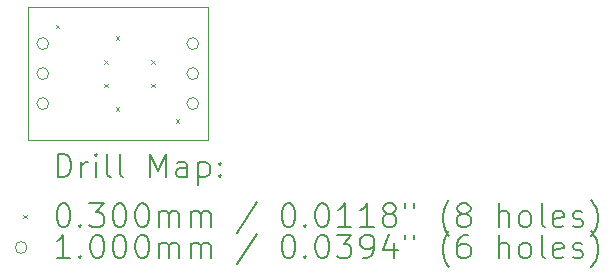
<source format=gbr>
%TF.GenerationSoftware,KiCad,Pcbnew,9.0.6*%
%TF.CreationDate,2026-01-06T15:33:42-06:00*%
%TF.ProjectId,RGBLED_1010_BOB,5247424c-4544-45f3-9130-31305f424f42,rev?*%
%TF.SameCoordinates,Original*%
%TF.FileFunction,Drillmap*%
%TF.FilePolarity,Positive*%
%FSLAX45Y45*%
G04 Gerber Fmt 4.5, Leading zero omitted, Abs format (unit mm)*
G04 Created by KiCad (PCBNEW 9.0.6) date 2026-01-06 15:33:42*
%MOMM*%
%LPD*%
G01*
G04 APERTURE LIST*
%ADD10C,0.100000*%
%ADD11C,0.200000*%
G04 APERTURE END LIST*
D10*
X10629900Y-8232940D02*
X12153900Y-8232940D01*
X12153900Y-9359314D01*
X10629900Y-9359314D01*
X10629900Y-8232940D01*
D11*
D10*
X10868900Y-8382240D02*
X10898900Y-8412240D01*
X10898900Y-8382240D02*
X10868900Y-8412240D01*
X11276900Y-8681020D02*
X11306900Y-8711020D01*
X11306900Y-8681020D02*
X11276900Y-8711020D01*
X11276900Y-8881520D02*
X11306900Y-8911520D01*
X11306900Y-8881520D02*
X11276900Y-8911520D01*
X11376900Y-8481000D02*
X11406900Y-8511000D01*
X11406900Y-8481000D02*
X11376900Y-8511000D01*
X11376900Y-9081000D02*
X11406900Y-9111000D01*
X11406900Y-9081000D02*
X11376900Y-9111000D01*
X11676900Y-8681020D02*
X11706900Y-8711020D01*
X11706900Y-8681020D02*
X11676900Y-8711020D01*
X11676900Y-8881520D02*
X11706900Y-8911520D01*
X11706900Y-8881520D02*
X11676900Y-8911520D01*
X11882360Y-9182340D02*
X11912360Y-9212340D01*
X11912360Y-9182340D02*
X11882360Y-9212340D01*
X10808170Y-8542520D02*
G75*
G02*
X10708170Y-8542520I-50000J0D01*
G01*
X10708170Y-8542520D02*
G75*
G02*
X10808170Y-8542520I50000J0D01*
G01*
X10808170Y-8796520D02*
G75*
G02*
X10708170Y-8796520I-50000J0D01*
G01*
X10708170Y-8796520D02*
G75*
G02*
X10808170Y-8796520I50000J0D01*
G01*
X10808170Y-9050520D02*
G75*
G02*
X10708170Y-9050520I-50000J0D01*
G01*
X10708170Y-9050520D02*
G75*
G02*
X10808170Y-9050520I50000J0D01*
G01*
X12078170Y-8542520D02*
G75*
G02*
X11978170Y-8542520I-50000J0D01*
G01*
X11978170Y-8542520D02*
G75*
G02*
X12078170Y-8542520I50000J0D01*
G01*
X12078170Y-8796520D02*
G75*
G02*
X11978170Y-8796520I-50000J0D01*
G01*
X11978170Y-8796520D02*
G75*
G02*
X12078170Y-8796520I50000J0D01*
G01*
X12078170Y-9050520D02*
G75*
G02*
X11978170Y-9050520I-50000J0D01*
G01*
X11978170Y-9050520D02*
G75*
G02*
X12078170Y-9050520I50000J0D01*
G01*
D11*
X10885677Y-9675798D02*
X10885677Y-9475798D01*
X10885677Y-9475798D02*
X10933296Y-9475798D01*
X10933296Y-9475798D02*
X10961867Y-9485321D01*
X10961867Y-9485321D02*
X10980915Y-9504369D01*
X10980915Y-9504369D02*
X10990439Y-9523417D01*
X10990439Y-9523417D02*
X10999963Y-9561512D01*
X10999963Y-9561512D02*
X10999963Y-9590083D01*
X10999963Y-9590083D02*
X10990439Y-9628179D01*
X10990439Y-9628179D02*
X10980915Y-9647226D01*
X10980915Y-9647226D02*
X10961867Y-9666274D01*
X10961867Y-9666274D02*
X10933296Y-9675798D01*
X10933296Y-9675798D02*
X10885677Y-9675798D01*
X11085677Y-9675798D02*
X11085677Y-9542464D01*
X11085677Y-9580560D02*
X11095201Y-9561512D01*
X11095201Y-9561512D02*
X11104724Y-9551988D01*
X11104724Y-9551988D02*
X11123772Y-9542464D01*
X11123772Y-9542464D02*
X11142820Y-9542464D01*
X11209486Y-9675798D02*
X11209486Y-9542464D01*
X11209486Y-9475798D02*
X11199962Y-9485321D01*
X11199962Y-9485321D02*
X11209486Y-9494845D01*
X11209486Y-9494845D02*
X11219010Y-9485321D01*
X11219010Y-9485321D02*
X11209486Y-9475798D01*
X11209486Y-9475798D02*
X11209486Y-9494845D01*
X11333296Y-9675798D02*
X11314248Y-9666274D01*
X11314248Y-9666274D02*
X11304724Y-9647226D01*
X11304724Y-9647226D02*
X11304724Y-9475798D01*
X11438058Y-9675798D02*
X11419010Y-9666274D01*
X11419010Y-9666274D02*
X11409486Y-9647226D01*
X11409486Y-9647226D02*
X11409486Y-9475798D01*
X11666629Y-9675798D02*
X11666629Y-9475798D01*
X11666629Y-9475798D02*
X11733296Y-9618655D01*
X11733296Y-9618655D02*
X11799962Y-9475798D01*
X11799962Y-9475798D02*
X11799962Y-9675798D01*
X11980915Y-9675798D02*
X11980915Y-9571036D01*
X11980915Y-9571036D02*
X11971391Y-9551988D01*
X11971391Y-9551988D02*
X11952343Y-9542464D01*
X11952343Y-9542464D02*
X11914248Y-9542464D01*
X11914248Y-9542464D02*
X11895201Y-9551988D01*
X11980915Y-9666274D02*
X11961867Y-9675798D01*
X11961867Y-9675798D02*
X11914248Y-9675798D01*
X11914248Y-9675798D02*
X11895201Y-9666274D01*
X11895201Y-9666274D02*
X11885677Y-9647226D01*
X11885677Y-9647226D02*
X11885677Y-9628179D01*
X11885677Y-9628179D02*
X11895201Y-9609131D01*
X11895201Y-9609131D02*
X11914248Y-9599607D01*
X11914248Y-9599607D02*
X11961867Y-9599607D01*
X11961867Y-9599607D02*
X11980915Y-9590083D01*
X12076153Y-9542464D02*
X12076153Y-9742464D01*
X12076153Y-9551988D02*
X12095201Y-9542464D01*
X12095201Y-9542464D02*
X12133296Y-9542464D01*
X12133296Y-9542464D02*
X12152343Y-9551988D01*
X12152343Y-9551988D02*
X12161867Y-9561512D01*
X12161867Y-9561512D02*
X12171391Y-9580560D01*
X12171391Y-9580560D02*
X12171391Y-9637702D01*
X12171391Y-9637702D02*
X12161867Y-9656750D01*
X12161867Y-9656750D02*
X12152343Y-9666274D01*
X12152343Y-9666274D02*
X12133296Y-9675798D01*
X12133296Y-9675798D02*
X12095201Y-9675798D01*
X12095201Y-9675798D02*
X12076153Y-9666274D01*
X12257105Y-9656750D02*
X12266629Y-9666274D01*
X12266629Y-9666274D02*
X12257105Y-9675798D01*
X12257105Y-9675798D02*
X12247582Y-9666274D01*
X12247582Y-9666274D02*
X12257105Y-9656750D01*
X12257105Y-9656750D02*
X12257105Y-9675798D01*
X12257105Y-9551988D02*
X12266629Y-9561512D01*
X12266629Y-9561512D02*
X12257105Y-9571036D01*
X12257105Y-9571036D02*
X12247582Y-9561512D01*
X12247582Y-9561512D02*
X12257105Y-9551988D01*
X12257105Y-9551988D02*
X12257105Y-9571036D01*
D10*
X10594900Y-9989314D02*
X10624900Y-10019314D01*
X10624900Y-9989314D02*
X10594900Y-10019314D01*
D11*
X10923772Y-9895798D02*
X10942820Y-9895798D01*
X10942820Y-9895798D02*
X10961867Y-9905321D01*
X10961867Y-9905321D02*
X10971391Y-9914845D01*
X10971391Y-9914845D02*
X10980915Y-9933893D01*
X10980915Y-9933893D02*
X10990439Y-9971988D01*
X10990439Y-9971988D02*
X10990439Y-10019607D01*
X10990439Y-10019607D02*
X10980915Y-10057702D01*
X10980915Y-10057702D02*
X10971391Y-10076750D01*
X10971391Y-10076750D02*
X10961867Y-10086274D01*
X10961867Y-10086274D02*
X10942820Y-10095798D01*
X10942820Y-10095798D02*
X10923772Y-10095798D01*
X10923772Y-10095798D02*
X10904724Y-10086274D01*
X10904724Y-10086274D02*
X10895201Y-10076750D01*
X10895201Y-10076750D02*
X10885677Y-10057702D01*
X10885677Y-10057702D02*
X10876153Y-10019607D01*
X10876153Y-10019607D02*
X10876153Y-9971988D01*
X10876153Y-9971988D02*
X10885677Y-9933893D01*
X10885677Y-9933893D02*
X10895201Y-9914845D01*
X10895201Y-9914845D02*
X10904724Y-9905321D01*
X10904724Y-9905321D02*
X10923772Y-9895798D01*
X11076153Y-10076750D02*
X11085677Y-10086274D01*
X11085677Y-10086274D02*
X11076153Y-10095798D01*
X11076153Y-10095798D02*
X11066629Y-10086274D01*
X11066629Y-10086274D02*
X11076153Y-10076750D01*
X11076153Y-10076750D02*
X11076153Y-10095798D01*
X11152344Y-9895798D02*
X11276153Y-9895798D01*
X11276153Y-9895798D02*
X11209486Y-9971988D01*
X11209486Y-9971988D02*
X11238058Y-9971988D01*
X11238058Y-9971988D02*
X11257105Y-9981512D01*
X11257105Y-9981512D02*
X11266629Y-9991036D01*
X11266629Y-9991036D02*
X11276153Y-10010083D01*
X11276153Y-10010083D02*
X11276153Y-10057702D01*
X11276153Y-10057702D02*
X11266629Y-10076750D01*
X11266629Y-10076750D02*
X11257105Y-10086274D01*
X11257105Y-10086274D02*
X11238058Y-10095798D01*
X11238058Y-10095798D02*
X11180915Y-10095798D01*
X11180915Y-10095798D02*
X11161867Y-10086274D01*
X11161867Y-10086274D02*
X11152344Y-10076750D01*
X11399962Y-9895798D02*
X11419010Y-9895798D01*
X11419010Y-9895798D02*
X11438058Y-9905321D01*
X11438058Y-9905321D02*
X11447582Y-9914845D01*
X11447582Y-9914845D02*
X11457105Y-9933893D01*
X11457105Y-9933893D02*
X11466629Y-9971988D01*
X11466629Y-9971988D02*
X11466629Y-10019607D01*
X11466629Y-10019607D02*
X11457105Y-10057702D01*
X11457105Y-10057702D02*
X11447582Y-10076750D01*
X11447582Y-10076750D02*
X11438058Y-10086274D01*
X11438058Y-10086274D02*
X11419010Y-10095798D01*
X11419010Y-10095798D02*
X11399962Y-10095798D01*
X11399962Y-10095798D02*
X11380915Y-10086274D01*
X11380915Y-10086274D02*
X11371391Y-10076750D01*
X11371391Y-10076750D02*
X11361867Y-10057702D01*
X11361867Y-10057702D02*
X11352343Y-10019607D01*
X11352343Y-10019607D02*
X11352343Y-9971988D01*
X11352343Y-9971988D02*
X11361867Y-9933893D01*
X11361867Y-9933893D02*
X11371391Y-9914845D01*
X11371391Y-9914845D02*
X11380915Y-9905321D01*
X11380915Y-9905321D02*
X11399962Y-9895798D01*
X11590439Y-9895798D02*
X11609486Y-9895798D01*
X11609486Y-9895798D02*
X11628534Y-9905321D01*
X11628534Y-9905321D02*
X11638058Y-9914845D01*
X11638058Y-9914845D02*
X11647582Y-9933893D01*
X11647582Y-9933893D02*
X11657105Y-9971988D01*
X11657105Y-9971988D02*
X11657105Y-10019607D01*
X11657105Y-10019607D02*
X11647582Y-10057702D01*
X11647582Y-10057702D02*
X11638058Y-10076750D01*
X11638058Y-10076750D02*
X11628534Y-10086274D01*
X11628534Y-10086274D02*
X11609486Y-10095798D01*
X11609486Y-10095798D02*
X11590439Y-10095798D01*
X11590439Y-10095798D02*
X11571391Y-10086274D01*
X11571391Y-10086274D02*
X11561867Y-10076750D01*
X11561867Y-10076750D02*
X11552343Y-10057702D01*
X11552343Y-10057702D02*
X11542820Y-10019607D01*
X11542820Y-10019607D02*
X11542820Y-9971988D01*
X11542820Y-9971988D02*
X11552343Y-9933893D01*
X11552343Y-9933893D02*
X11561867Y-9914845D01*
X11561867Y-9914845D02*
X11571391Y-9905321D01*
X11571391Y-9905321D02*
X11590439Y-9895798D01*
X11742820Y-10095798D02*
X11742820Y-9962464D01*
X11742820Y-9981512D02*
X11752343Y-9971988D01*
X11752343Y-9971988D02*
X11771391Y-9962464D01*
X11771391Y-9962464D02*
X11799963Y-9962464D01*
X11799963Y-9962464D02*
X11819010Y-9971988D01*
X11819010Y-9971988D02*
X11828534Y-9991036D01*
X11828534Y-9991036D02*
X11828534Y-10095798D01*
X11828534Y-9991036D02*
X11838058Y-9971988D01*
X11838058Y-9971988D02*
X11857105Y-9962464D01*
X11857105Y-9962464D02*
X11885677Y-9962464D01*
X11885677Y-9962464D02*
X11904724Y-9971988D01*
X11904724Y-9971988D02*
X11914248Y-9991036D01*
X11914248Y-9991036D02*
X11914248Y-10095798D01*
X12009486Y-10095798D02*
X12009486Y-9962464D01*
X12009486Y-9981512D02*
X12019010Y-9971988D01*
X12019010Y-9971988D02*
X12038058Y-9962464D01*
X12038058Y-9962464D02*
X12066629Y-9962464D01*
X12066629Y-9962464D02*
X12085677Y-9971988D01*
X12085677Y-9971988D02*
X12095201Y-9991036D01*
X12095201Y-9991036D02*
X12095201Y-10095798D01*
X12095201Y-9991036D02*
X12104724Y-9971988D01*
X12104724Y-9971988D02*
X12123772Y-9962464D01*
X12123772Y-9962464D02*
X12152343Y-9962464D01*
X12152343Y-9962464D02*
X12171391Y-9971988D01*
X12171391Y-9971988D02*
X12180915Y-9991036D01*
X12180915Y-9991036D02*
X12180915Y-10095798D01*
X12571391Y-9886274D02*
X12399963Y-10143417D01*
X12828534Y-9895798D02*
X12847582Y-9895798D01*
X12847582Y-9895798D02*
X12866629Y-9905321D01*
X12866629Y-9905321D02*
X12876153Y-9914845D01*
X12876153Y-9914845D02*
X12885677Y-9933893D01*
X12885677Y-9933893D02*
X12895201Y-9971988D01*
X12895201Y-9971988D02*
X12895201Y-10019607D01*
X12895201Y-10019607D02*
X12885677Y-10057702D01*
X12885677Y-10057702D02*
X12876153Y-10076750D01*
X12876153Y-10076750D02*
X12866629Y-10086274D01*
X12866629Y-10086274D02*
X12847582Y-10095798D01*
X12847582Y-10095798D02*
X12828534Y-10095798D01*
X12828534Y-10095798D02*
X12809486Y-10086274D01*
X12809486Y-10086274D02*
X12799963Y-10076750D01*
X12799963Y-10076750D02*
X12790439Y-10057702D01*
X12790439Y-10057702D02*
X12780915Y-10019607D01*
X12780915Y-10019607D02*
X12780915Y-9971988D01*
X12780915Y-9971988D02*
X12790439Y-9933893D01*
X12790439Y-9933893D02*
X12799963Y-9914845D01*
X12799963Y-9914845D02*
X12809486Y-9905321D01*
X12809486Y-9905321D02*
X12828534Y-9895798D01*
X12980915Y-10076750D02*
X12990439Y-10086274D01*
X12990439Y-10086274D02*
X12980915Y-10095798D01*
X12980915Y-10095798D02*
X12971391Y-10086274D01*
X12971391Y-10086274D02*
X12980915Y-10076750D01*
X12980915Y-10076750D02*
X12980915Y-10095798D01*
X13114248Y-9895798D02*
X13133296Y-9895798D01*
X13133296Y-9895798D02*
X13152344Y-9905321D01*
X13152344Y-9905321D02*
X13161867Y-9914845D01*
X13161867Y-9914845D02*
X13171391Y-9933893D01*
X13171391Y-9933893D02*
X13180915Y-9971988D01*
X13180915Y-9971988D02*
X13180915Y-10019607D01*
X13180915Y-10019607D02*
X13171391Y-10057702D01*
X13171391Y-10057702D02*
X13161867Y-10076750D01*
X13161867Y-10076750D02*
X13152344Y-10086274D01*
X13152344Y-10086274D02*
X13133296Y-10095798D01*
X13133296Y-10095798D02*
X13114248Y-10095798D01*
X13114248Y-10095798D02*
X13095201Y-10086274D01*
X13095201Y-10086274D02*
X13085677Y-10076750D01*
X13085677Y-10076750D02*
X13076153Y-10057702D01*
X13076153Y-10057702D02*
X13066629Y-10019607D01*
X13066629Y-10019607D02*
X13066629Y-9971988D01*
X13066629Y-9971988D02*
X13076153Y-9933893D01*
X13076153Y-9933893D02*
X13085677Y-9914845D01*
X13085677Y-9914845D02*
X13095201Y-9905321D01*
X13095201Y-9905321D02*
X13114248Y-9895798D01*
X13371391Y-10095798D02*
X13257106Y-10095798D01*
X13314248Y-10095798D02*
X13314248Y-9895798D01*
X13314248Y-9895798D02*
X13295201Y-9924369D01*
X13295201Y-9924369D02*
X13276153Y-9943417D01*
X13276153Y-9943417D02*
X13257106Y-9952940D01*
X13561867Y-10095798D02*
X13447582Y-10095798D01*
X13504725Y-10095798D02*
X13504725Y-9895798D01*
X13504725Y-9895798D02*
X13485677Y-9924369D01*
X13485677Y-9924369D02*
X13466629Y-9943417D01*
X13466629Y-9943417D02*
X13447582Y-9952940D01*
X13676153Y-9981512D02*
X13657106Y-9971988D01*
X13657106Y-9971988D02*
X13647582Y-9962464D01*
X13647582Y-9962464D02*
X13638058Y-9943417D01*
X13638058Y-9943417D02*
X13638058Y-9933893D01*
X13638058Y-9933893D02*
X13647582Y-9914845D01*
X13647582Y-9914845D02*
X13657106Y-9905321D01*
X13657106Y-9905321D02*
X13676153Y-9895798D01*
X13676153Y-9895798D02*
X13714248Y-9895798D01*
X13714248Y-9895798D02*
X13733296Y-9905321D01*
X13733296Y-9905321D02*
X13742820Y-9914845D01*
X13742820Y-9914845D02*
X13752344Y-9933893D01*
X13752344Y-9933893D02*
X13752344Y-9943417D01*
X13752344Y-9943417D02*
X13742820Y-9962464D01*
X13742820Y-9962464D02*
X13733296Y-9971988D01*
X13733296Y-9971988D02*
X13714248Y-9981512D01*
X13714248Y-9981512D02*
X13676153Y-9981512D01*
X13676153Y-9981512D02*
X13657106Y-9991036D01*
X13657106Y-9991036D02*
X13647582Y-10000560D01*
X13647582Y-10000560D02*
X13638058Y-10019607D01*
X13638058Y-10019607D02*
X13638058Y-10057702D01*
X13638058Y-10057702D02*
X13647582Y-10076750D01*
X13647582Y-10076750D02*
X13657106Y-10086274D01*
X13657106Y-10086274D02*
X13676153Y-10095798D01*
X13676153Y-10095798D02*
X13714248Y-10095798D01*
X13714248Y-10095798D02*
X13733296Y-10086274D01*
X13733296Y-10086274D02*
X13742820Y-10076750D01*
X13742820Y-10076750D02*
X13752344Y-10057702D01*
X13752344Y-10057702D02*
X13752344Y-10019607D01*
X13752344Y-10019607D02*
X13742820Y-10000560D01*
X13742820Y-10000560D02*
X13733296Y-9991036D01*
X13733296Y-9991036D02*
X13714248Y-9981512D01*
X13828534Y-9895798D02*
X13828534Y-9933893D01*
X13904725Y-9895798D02*
X13904725Y-9933893D01*
X14199963Y-10171988D02*
X14190439Y-10162464D01*
X14190439Y-10162464D02*
X14171391Y-10133893D01*
X14171391Y-10133893D02*
X14161868Y-10114845D01*
X14161868Y-10114845D02*
X14152344Y-10086274D01*
X14152344Y-10086274D02*
X14142820Y-10038655D01*
X14142820Y-10038655D02*
X14142820Y-10000560D01*
X14142820Y-10000560D02*
X14152344Y-9952940D01*
X14152344Y-9952940D02*
X14161868Y-9924369D01*
X14161868Y-9924369D02*
X14171391Y-9905321D01*
X14171391Y-9905321D02*
X14190439Y-9876750D01*
X14190439Y-9876750D02*
X14199963Y-9867226D01*
X14304725Y-9981512D02*
X14285677Y-9971988D01*
X14285677Y-9971988D02*
X14276153Y-9962464D01*
X14276153Y-9962464D02*
X14266629Y-9943417D01*
X14266629Y-9943417D02*
X14266629Y-9933893D01*
X14266629Y-9933893D02*
X14276153Y-9914845D01*
X14276153Y-9914845D02*
X14285677Y-9905321D01*
X14285677Y-9905321D02*
X14304725Y-9895798D01*
X14304725Y-9895798D02*
X14342820Y-9895798D01*
X14342820Y-9895798D02*
X14361868Y-9905321D01*
X14361868Y-9905321D02*
X14371391Y-9914845D01*
X14371391Y-9914845D02*
X14380915Y-9933893D01*
X14380915Y-9933893D02*
X14380915Y-9943417D01*
X14380915Y-9943417D02*
X14371391Y-9962464D01*
X14371391Y-9962464D02*
X14361868Y-9971988D01*
X14361868Y-9971988D02*
X14342820Y-9981512D01*
X14342820Y-9981512D02*
X14304725Y-9981512D01*
X14304725Y-9981512D02*
X14285677Y-9991036D01*
X14285677Y-9991036D02*
X14276153Y-10000560D01*
X14276153Y-10000560D02*
X14266629Y-10019607D01*
X14266629Y-10019607D02*
X14266629Y-10057702D01*
X14266629Y-10057702D02*
X14276153Y-10076750D01*
X14276153Y-10076750D02*
X14285677Y-10086274D01*
X14285677Y-10086274D02*
X14304725Y-10095798D01*
X14304725Y-10095798D02*
X14342820Y-10095798D01*
X14342820Y-10095798D02*
X14361868Y-10086274D01*
X14361868Y-10086274D02*
X14371391Y-10076750D01*
X14371391Y-10076750D02*
X14380915Y-10057702D01*
X14380915Y-10057702D02*
X14380915Y-10019607D01*
X14380915Y-10019607D02*
X14371391Y-10000560D01*
X14371391Y-10000560D02*
X14361868Y-9991036D01*
X14361868Y-9991036D02*
X14342820Y-9981512D01*
X14619010Y-10095798D02*
X14619010Y-9895798D01*
X14704725Y-10095798D02*
X14704725Y-9991036D01*
X14704725Y-9991036D02*
X14695201Y-9971988D01*
X14695201Y-9971988D02*
X14676153Y-9962464D01*
X14676153Y-9962464D02*
X14647582Y-9962464D01*
X14647582Y-9962464D02*
X14628534Y-9971988D01*
X14628534Y-9971988D02*
X14619010Y-9981512D01*
X14828534Y-10095798D02*
X14809487Y-10086274D01*
X14809487Y-10086274D02*
X14799963Y-10076750D01*
X14799963Y-10076750D02*
X14790439Y-10057702D01*
X14790439Y-10057702D02*
X14790439Y-10000560D01*
X14790439Y-10000560D02*
X14799963Y-9981512D01*
X14799963Y-9981512D02*
X14809487Y-9971988D01*
X14809487Y-9971988D02*
X14828534Y-9962464D01*
X14828534Y-9962464D02*
X14857106Y-9962464D01*
X14857106Y-9962464D02*
X14876153Y-9971988D01*
X14876153Y-9971988D02*
X14885677Y-9981512D01*
X14885677Y-9981512D02*
X14895201Y-10000560D01*
X14895201Y-10000560D02*
X14895201Y-10057702D01*
X14895201Y-10057702D02*
X14885677Y-10076750D01*
X14885677Y-10076750D02*
X14876153Y-10086274D01*
X14876153Y-10086274D02*
X14857106Y-10095798D01*
X14857106Y-10095798D02*
X14828534Y-10095798D01*
X15009487Y-10095798D02*
X14990439Y-10086274D01*
X14990439Y-10086274D02*
X14980915Y-10067226D01*
X14980915Y-10067226D02*
X14980915Y-9895798D01*
X15161868Y-10086274D02*
X15142820Y-10095798D01*
X15142820Y-10095798D02*
X15104725Y-10095798D01*
X15104725Y-10095798D02*
X15085677Y-10086274D01*
X15085677Y-10086274D02*
X15076153Y-10067226D01*
X15076153Y-10067226D02*
X15076153Y-9991036D01*
X15076153Y-9991036D02*
X15085677Y-9971988D01*
X15085677Y-9971988D02*
X15104725Y-9962464D01*
X15104725Y-9962464D02*
X15142820Y-9962464D01*
X15142820Y-9962464D02*
X15161868Y-9971988D01*
X15161868Y-9971988D02*
X15171391Y-9991036D01*
X15171391Y-9991036D02*
X15171391Y-10010083D01*
X15171391Y-10010083D02*
X15076153Y-10029131D01*
X15247582Y-10086274D02*
X15266630Y-10095798D01*
X15266630Y-10095798D02*
X15304725Y-10095798D01*
X15304725Y-10095798D02*
X15323772Y-10086274D01*
X15323772Y-10086274D02*
X15333296Y-10067226D01*
X15333296Y-10067226D02*
X15333296Y-10057702D01*
X15333296Y-10057702D02*
X15323772Y-10038655D01*
X15323772Y-10038655D02*
X15304725Y-10029131D01*
X15304725Y-10029131D02*
X15276153Y-10029131D01*
X15276153Y-10029131D02*
X15257106Y-10019607D01*
X15257106Y-10019607D02*
X15247582Y-10000560D01*
X15247582Y-10000560D02*
X15247582Y-9991036D01*
X15247582Y-9991036D02*
X15257106Y-9971988D01*
X15257106Y-9971988D02*
X15276153Y-9962464D01*
X15276153Y-9962464D02*
X15304725Y-9962464D01*
X15304725Y-9962464D02*
X15323772Y-9971988D01*
X15399963Y-10171988D02*
X15409487Y-10162464D01*
X15409487Y-10162464D02*
X15428534Y-10133893D01*
X15428534Y-10133893D02*
X15438058Y-10114845D01*
X15438058Y-10114845D02*
X15447582Y-10086274D01*
X15447582Y-10086274D02*
X15457106Y-10038655D01*
X15457106Y-10038655D02*
X15457106Y-10000560D01*
X15457106Y-10000560D02*
X15447582Y-9952940D01*
X15447582Y-9952940D02*
X15438058Y-9924369D01*
X15438058Y-9924369D02*
X15428534Y-9905321D01*
X15428534Y-9905321D02*
X15409487Y-9876750D01*
X15409487Y-9876750D02*
X15399963Y-9867226D01*
D10*
X10624900Y-10268314D02*
G75*
G02*
X10524900Y-10268314I-50000J0D01*
G01*
X10524900Y-10268314D02*
G75*
G02*
X10624900Y-10268314I50000J0D01*
G01*
D11*
X10990439Y-10359798D02*
X10876153Y-10359798D01*
X10933296Y-10359798D02*
X10933296Y-10159798D01*
X10933296Y-10159798D02*
X10914248Y-10188369D01*
X10914248Y-10188369D02*
X10895201Y-10207417D01*
X10895201Y-10207417D02*
X10876153Y-10216940D01*
X11076153Y-10340750D02*
X11085677Y-10350274D01*
X11085677Y-10350274D02*
X11076153Y-10359798D01*
X11076153Y-10359798D02*
X11066629Y-10350274D01*
X11066629Y-10350274D02*
X11076153Y-10340750D01*
X11076153Y-10340750D02*
X11076153Y-10359798D01*
X11209486Y-10159798D02*
X11228534Y-10159798D01*
X11228534Y-10159798D02*
X11247582Y-10169321D01*
X11247582Y-10169321D02*
X11257105Y-10178845D01*
X11257105Y-10178845D02*
X11266629Y-10197893D01*
X11266629Y-10197893D02*
X11276153Y-10235988D01*
X11276153Y-10235988D02*
X11276153Y-10283607D01*
X11276153Y-10283607D02*
X11266629Y-10321702D01*
X11266629Y-10321702D02*
X11257105Y-10340750D01*
X11257105Y-10340750D02*
X11247582Y-10350274D01*
X11247582Y-10350274D02*
X11228534Y-10359798D01*
X11228534Y-10359798D02*
X11209486Y-10359798D01*
X11209486Y-10359798D02*
X11190439Y-10350274D01*
X11190439Y-10350274D02*
X11180915Y-10340750D01*
X11180915Y-10340750D02*
X11171391Y-10321702D01*
X11171391Y-10321702D02*
X11161867Y-10283607D01*
X11161867Y-10283607D02*
X11161867Y-10235988D01*
X11161867Y-10235988D02*
X11171391Y-10197893D01*
X11171391Y-10197893D02*
X11180915Y-10178845D01*
X11180915Y-10178845D02*
X11190439Y-10169321D01*
X11190439Y-10169321D02*
X11209486Y-10159798D01*
X11399962Y-10159798D02*
X11419010Y-10159798D01*
X11419010Y-10159798D02*
X11438058Y-10169321D01*
X11438058Y-10169321D02*
X11447582Y-10178845D01*
X11447582Y-10178845D02*
X11457105Y-10197893D01*
X11457105Y-10197893D02*
X11466629Y-10235988D01*
X11466629Y-10235988D02*
X11466629Y-10283607D01*
X11466629Y-10283607D02*
X11457105Y-10321702D01*
X11457105Y-10321702D02*
X11447582Y-10340750D01*
X11447582Y-10340750D02*
X11438058Y-10350274D01*
X11438058Y-10350274D02*
X11419010Y-10359798D01*
X11419010Y-10359798D02*
X11399962Y-10359798D01*
X11399962Y-10359798D02*
X11380915Y-10350274D01*
X11380915Y-10350274D02*
X11371391Y-10340750D01*
X11371391Y-10340750D02*
X11361867Y-10321702D01*
X11361867Y-10321702D02*
X11352343Y-10283607D01*
X11352343Y-10283607D02*
X11352343Y-10235988D01*
X11352343Y-10235988D02*
X11361867Y-10197893D01*
X11361867Y-10197893D02*
X11371391Y-10178845D01*
X11371391Y-10178845D02*
X11380915Y-10169321D01*
X11380915Y-10169321D02*
X11399962Y-10159798D01*
X11590439Y-10159798D02*
X11609486Y-10159798D01*
X11609486Y-10159798D02*
X11628534Y-10169321D01*
X11628534Y-10169321D02*
X11638058Y-10178845D01*
X11638058Y-10178845D02*
X11647582Y-10197893D01*
X11647582Y-10197893D02*
X11657105Y-10235988D01*
X11657105Y-10235988D02*
X11657105Y-10283607D01*
X11657105Y-10283607D02*
X11647582Y-10321702D01*
X11647582Y-10321702D02*
X11638058Y-10340750D01*
X11638058Y-10340750D02*
X11628534Y-10350274D01*
X11628534Y-10350274D02*
X11609486Y-10359798D01*
X11609486Y-10359798D02*
X11590439Y-10359798D01*
X11590439Y-10359798D02*
X11571391Y-10350274D01*
X11571391Y-10350274D02*
X11561867Y-10340750D01*
X11561867Y-10340750D02*
X11552343Y-10321702D01*
X11552343Y-10321702D02*
X11542820Y-10283607D01*
X11542820Y-10283607D02*
X11542820Y-10235988D01*
X11542820Y-10235988D02*
X11552343Y-10197893D01*
X11552343Y-10197893D02*
X11561867Y-10178845D01*
X11561867Y-10178845D02*
X11571391Y-10169321D01*
X11571391Y-10169321D02*
X11590439Y-10159798D01*
X11742820Y-10359798D02*
X11742820Y-10226464D01*
X11742820Y-10245512D02*
X11752343Y-10235988D01*
X11752343Y-10235988D02*
X11771391Y-10226464D01*
X11771391Y-10226464D02*
X11799963Y-10226464D01*
X11799963Y-10226464D02*
X11819010Y-10235988D01*
X11819010Y-10235988D02*
X11828534Y-10255036D01*
X11828534Y-10255036D02*
X11828534Y-10359798D01*
X11828534Y-10255036D02*
X11838058Y-10235988D01*
X11838058Y-10235988D02*
X11857105Y-10226464D01*
X11857105Y-10226464D02*
X11885677Y-10226464D01*
X11885677Y-10226464D02*
X11904724Y-10235988D01*
X11904724Y-10235988D02*
X11914248Y-10255036D01*
X11914248Y-10255036D02*
X11914248Y-10359798D01*
X12009486Y-10359798D02*
X12009486Y-10226464D01*
X12009486Y-10245512D02*
X12019010Y-10235988D01*
X12019010Y-10235988D02*
X12038058Y-10226464D01*
X12038058Y-10226464D02*
X12066629Y-10226464D01*
X12066629Y-10226464D02*
X12085677Y-10235988D01*
X12085677Y-10235988D02*
X12095201Y-10255036D01*
X12095201Y-10255036D02*
X12095201Y-10359798D01*
X12095201Y-10255036D02*
X12104724Y-10235988D01*
X12104724Y-10235988D02*
X12123772Y-10226464D01*
X12123772Y-10226464D02*
X12152343Y-10226464D01*
X12152343Y-10226464D02*
X12171391Y-10235988D01*
X12171391Y-10235988D02*
X12180915Y-10255036D01*
X12180915Y-10255036D02*
X12180915Y-10359798D01*
X12571391Y-10150274D02*
X12399963Y-10407417D01*
X12828534Y-10159798D02*
X12847582Y-10159798D01*
X12847582Y-10159798D02*
X12866629Y-10169321D01*
X12866629Y-10169321D02*
X12876153Y-10178845D01*
X12876153Y-10178845D02*
X12885677Y-10197893D01*
X12885677Y-10197893D02*
X12895201Y-10235988D01*
X12895201Y-10235988D02*
X12895201Y-10283607D01*
X12895201Y-10283607D02*
X12885677Y-10321702D01*
X12885677Y-10321702D02*
X12876153Y-10340750D01*
X12876153Y-10340750D02*
X12866629Y-10350274D01*
X12866629Y-10350274D02*
X12847582Y-10359798D01*
X12847582Y-10359798D02*
X12828534Y-10359798D01*
X12828534Y-10359798D02*
X12809486Y-10350274D01*
X12809486Y-10350274D02*
X12799963Y-10340750D01*
X12799963Y-10340750D02*
X12790439Y-10321702D01*
X12790439Y-10321702D02*
X12780915Y-10283607D01*
X12780915Y-10283607D02*
X12780915Y-10235988D01*
X12780915Y-10235988D02*
X12790439Y-10197893D01*
X12790439Y-10197893D02*
X12799963Y-10178845D01*
X12799963Y-10178845D02*
X12809486Y-10169321D01*
X12809486Y-10169321D02*
X12828534Y-10159798D01*
X12980915Y-10340750D02*
X12990439Y-10350274D01*
X12990439Y-10350274D02*
X12980915Y-10359798D01*
X12980915Y-10359798D02*
X12971391Y-10350274D01*
X12971391Y-10350274D02*
X12980915Y-10340750D01*
X12980915Y-10340750D02*
X12980915Y-10359798D01*
X13114248Y-10159798D02*
X13133296Y-10159798D01*
X13133296Y-10159798D02*
X13152344Y-10169321D01*
X13152344Y-10169321D02*
X13161867Y-10178845D01*
X13161867Y-10178845D02*
X13171391Y-10197893D01*
X13171391Y-10197893D02*
X13180915Y-10235988D01*
X13180915Y-10235988D02*
X13180915Y-10283607D01*
X13180915Y-10283607D02*
X13171391Y-10321702D01*
X13171391Y-10321702D02*
X13161867Y-10340750D01*
X13161867Y-10340750D02*
X13152344Y-10350274D01*
X13152344Y-10350274D02*
X13133296Y-10359798D01*
X13133296Y-10359798D02*
X13114248Y-10359798D01*
X13114248Y-10359798D02*
X13095201Y-10350274D01*
X13095201Y-10350274D02*
X13085677Y-10340750D01*
X13085677Y-10340750D02*
X13076153Y-10321702D01*
X13076153Y-10321702D02*
X13066629Y-10283607D01*
X13066629Y-10283607D02*
X13066629Y-10235988D01*
X13066629Y-10235988D02*
X13076153Y-10197893D01*
X13076153Y-10197893D02*
X13085677Y-10178845D01*
X13085677Y-10178845D02*
X13095201Y-10169321D01*
X13095201Y-10169321D02*
X13114248Y-10159798D01*
X13247582Y-10159798D02*
X13371391Y-10159798D01*
X13371391Y-10159798D02*
X13304725Y-10235988D01*
X13304725Y-10235988D02*
X13333296Y-10235988D01*
X13333296Y-10235988D02*
X13352344Y-10245512D01*
X13352344Y-10245512D02*
X13361867Y-10255036D01*
X13361867Y-10255036D02*
X13371391Y-10274083D01*
X13371391Y-10274083D02*
X13371391Y-10321702D01*
X13371391Y-10321702D02*
X13361867Y-10340750D01*
X13361867Y-10340750D02*
X13352344Y-10350274D01*
X13352344Y-10350274D02*
X13333296Y-10359798D01*
X13333296Y-10359798D02*
X13276153Y-10359798D01*
X13276153Y-10359798D02*
X13257106Y-10350274D01*
X13257106Y-10350274D02*
X13247582Y-10340750D01*
X13466629Y-10359798D02*
X13504725Y-10359798D01*
X13504725Y-10359798D02*
X13523772Y-10350274D01*
X13523772Y-10350274D02*
X13533296Y-10340750D01*
X13533296Y-10340750D02*
X13552344Y-10312179D01*
X13552344Y-10312179D02*
X13561867Y-10274083D01*
X13561867Y-10274083D02*
X13561867Y-10197893D01*
X13561867Y-10197893D02*
X13552344Y-10178845D01*
X13552344Y-10178845D02*
X13542820Y-10169321D01*
X13542820Y-10169321D02*
X13523772Y-10159798D01*
X13523772Y-10159798D02*
X13485677Y-10159798D01*
X13485677Y-10159798D02*
X13466629Y-10169321D01*
X13466629Y-10169321D02*
X13457106Y-10178845D01*
X13457106Y-10178845D02*
X13447582Y-10197893D01*
X13447582Y-10197893D02*
X13447582Y-10245512D01*
X13447582Y-10245512D02*
X13457106Y-10264560D01*
X13457106Y-10264560D02*
X13466629Y-10274083D01*
X13466629Y-10274083D02*
X13485677Y-10283607D01*
X13485677Y-10283607D02*
X13523772Y-10283607D01*
X13523772Y-10283607D02*
X13542820Y-10274083D01*
X13542820Y-10274083D02*
X13552344Y-10264560D01*
X13552344Y-10264560D02*
X13561867Y-10245512D01*
X13733296Y-10226464D02*
X13733296Y-10359798D01*
X13685677Y-10150274D02*
X13638058Y-10293131D01*
X13638058Y-10293131D02*
X13761867Y-10293131D01*
X13828534Y-10159798D02*
X13828534Y-10197893D01*
X13904725Y-10159798D02*
X13904725Y-10197893D01*
X14199963Y-10435988D02*
X14190439Y-10426464D01*
X14190439Y-10426464D02*
X14171391Y-10397893D01*
X14171391Y-10397893D02*
X14161868Y-10378845D01*
X14161868Y-10378845D02*
X14152344Y-10350274D01*
X14152344Y-10350274D02*
X14142820Y-10302655D01*
X14142820Y-10302655D02*
X14142820Y-10264560D01*
X14142820Y-10264560D02*
X14152344Y-10216940D01*
X14152344Y-10216940D02*
X14161868Y-10188369D01*
X14161868Y-10188369D02*
X14171391Y-10169321D01*
X14171391Y-10169321D02*
X14190439Y-10140750D01*
X14190439Y-10140750D02*
X14199963Y-10131226D01*
X14361868Y-10159798D02*
X14323772Y-10159798D01*
X14323772Y-10159798D02*
X14304725Y-10169321D01*
X14304725Y-10169321D02*
X14295201Y-10178845D01*
X14295201Y-10178845D02*
X14276153Y-10207417D01*
X14276153Y-10207417D02*
X14266629Y-10245512D01*
X14266629Y-10245512D02*
X14266629Y-10321702D01*
X14266629Y-10321702D02*
X14276153Y-10340750D01*
X14276153Y-10340750D02*
X14285677Y-10350274D01*
X14285677Y-10350274D02*
X14304725Y-10359798D01*
X14304725Y-10359798D02*
X14342820Y-10359798D01*
X14342820Y-10359798D02*
X14361868Y-10350274D01*
X14361868Y-10350274D02*
X14371391Y-10340750D01*
X14371391Y-10340750D02*
X14380915Y-10321702D01*
X14380915Y-10321702D02*
X14380915Y-10274083D01*
X14380915Y-10274083D02*
X14371391Y-10255036D01*
X14371391Y-10255036D02*
X14361868Y-10245512D01*
X14361868Y-10245512D02*
X14342820Y-10235988D01*
X14342820Y-10235988D02*
X14304725Y-10235988D01*
X14304725Y-10235988D02*
X14285677Y-10245512D01*
X14285677Y-10245512D02*
X14276153Y-10255036D01*
X14276153Y-10255036D02*
X14266629Y-10274083D01*
X14619010Y-10359798D02*
X14619010Y-10159798D01*
X14704725Y-10359798D02*
X14704725Y-10255036D01*
X14704725Y-10255036D02*
X14695201Y-10235988D01*
X14695201Y-10235988D02*
X14676153Y-10226464D01*
X14676153Y-10226464D02*
X14647582Y-10226464D01*
X14647582Y-10226464D02*
X14628534Y-10235988D01*
X14628534Y-10235988D02*
X14619010Y-10245512D01*
X14828534Y-10359798D02*
X14809487Y-10350274D01*
X14809487Y-10350274D02*
X14799963Y-10340750D01*
X14799963Y-10340750D02*
X14790439Y-10321702D01*
X14790439Y-10321702D02*
X14790439Y-10264560D01*
X14790439Y-10264560D02*
X14799963Y-10245512D01*
X14799963Y-10245512D02*
X14809487Y-10235988D01*
X14809487Y-10235988D02*
X14828534Y-10226464D01*
X14828534Y-10226464D02*
X14857106Y-10226464D01*
X14857106Y-10226464D02*
X14876153Y-10235988D01*
X14876153Y-10235988D02*
X14885677Y-10245512D01*
X14885677Y-10245512D02*
X14895201Y-10264560D01*
X14895201Y-10264560D02*
X14895201Y-10321702D01*
X14895201Y-10321702D02*
X14885677Y-10340750D01*
X14885677Y-10340750D02*
X14876153Y-10350274D01*
X14876153Y-10350274D02*
X14857106Y-10359798D01*
X14857106Y-10359798D02*
X14828534Y-10359798D01*
X15009487Y-10359798D02*
X14990439Y-10350274D01*
X14990439Y-10350274D02*
X14980915Y-10331226D01*
X14980915Y-10331226D02*
X14980915Y-10159798D01*
X15161868Y-10350274D02*
X15142820Y-10359798D01*
X15142820Y-10359798D02*
X15104725Y-10359798D01*
X15104725Y-10359798D02*
X15085677Y-10350274D01*
X15085677Y-10350274D02*
X15076153Y-10331226D01*
X15076153Y-10331226D02*
X15076153Y-10255036D01*
X15076153Y-10255036D02*
X15085677Y-10235988D01*
X15085677Y-10235988D02*
X15104725Y-10226464D01*
X15104725Y-10226464D02*
X15142820Y-10226464D01*
X15142820Y-10226464D02*
X15161868Y-10235988D01*
X15161868Y-10235988D02*
X15171391Y-10255036D01*
X15171391Y-10255036D02*
X15171391Y-10274083D01*
X15171391Y-10274083D02*
X15076153Y-10293131D01*
X15247582Y-10350274D02*
X15266630Y-10359798D01*
X15266630Y-10359798D02*
X15304725Y-10359798D01*
X15304725Y-10359798D02*
X15323772Y-10350274D01*
X15323772Y-10350274D02*
X15333296Y-10331226D01*
X15333296Y-10331226D02*
X15333296Y-10321702D01*
X15333296Y-10321702D02*
X15323772Y-10302655D01*
X15323772Y-10302655D02*
X15304725Y-10293131D01*
X15304725Y-10293131D02*
X15276153Y-10293131D01*
X15276153Y-10293131D02*
X15257106Y-10283607D01*
X15257106Y-10283607D02*
X15247582Y-10264560D01*
X15247582Y-10264560D02*
X15247582Y-10255036D01*
X15247582Y-10255036D02*
X15257106Y-10235988D01*
X15257106Y-10235988D02*
X15276153Y-10226464D01*
X15276153Y-10226464D02*
X15304725Y-10226464D01*
X15304725Y-10226464D02*
X15323772Y-10235988D01*
X15399963Y-10435988D02*
X15409487Y-10426464D01*
X15409487Y-10426464D02*
X15428534Y-10397893D01*
X15428534Y-10397893D02*
X15438058Y-10378845D01*
X15438058Y-10378845D02*
X15447582Y-10350274D01*
X15447582Y-10350274D02*
X15457106Y-10302655D01*
X15457106Y-10302655D02*
X15457106Y-10264560D01*
X15457106Y-10264560D02*
X15447582Y-10216940D01*
X15447582Y-10216940D02*
X15438058Y-10188369D01*
X15438058Y-10188369D02*
X15428534Y-10169321D01*
X15428534Y-10169321D02*
X15409487Y-10140750D01*
X15409487Y-10140750D02*
X15399963Y-10131226D01*
M02*

</source>
